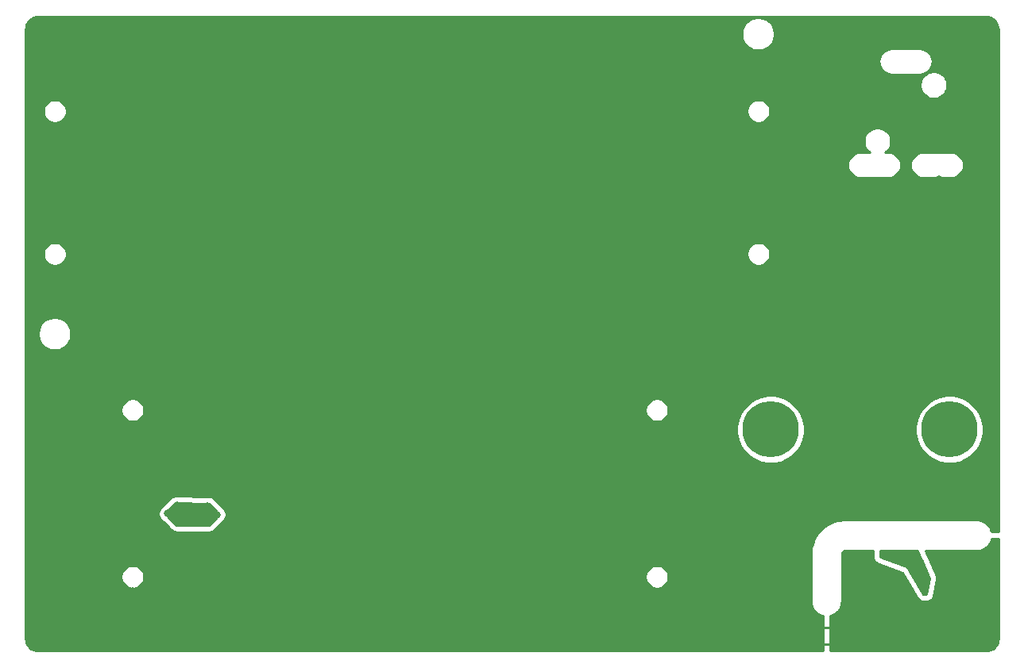
<source format=gbr>
G04 #@! TF.GenerationSoftware,KiCad,Pcbnew,(5.1.4)-1*
G04 #@! TF.CreationDate,2020-01-19T15:47:51-08:00*
G04 #@! TF.ProjectId,Light_intensity_data_logger,4c696768-745f-4696-9e74-656e73697479,rev?*
G04 #@! TF.SameCoordinates,Original*
G04 #@! TF.FileFunction,Copper,L2,Bot*
G04 #@! TF.FilePolarity,Positive*
%FSLAX46Y46*%
G04 Gerber Fmt 4.6, Leading zero omitted, Abs format (unit mm)*
G04 Created by KiCad (PCBNEW (5.1.4)-1) date 2020-01-19 15:47:51*
%MOMM*%
%LPD*%
G04 APERTURE LIST*
%ADD10C,6.000000*%
%ADD11C,0.800000*%
%ADD12C,0.250000*%
%ADD13C,0.254000*%
G04 APERTURE END LIST*
D10*
X153070000Y-76700000D03*
X172120000Y-76700000D03*
D11*
X166550000Y-93560000D03*
X166470000Y-94880000D03*
X166178703Y-92437044D03*
X163090000Y-91370000D03*
X164460000Y-91420000D03*
X172930000Y-93600000D03*
X174800000Y-93640000D03*
X163000000Y-97810000D03*
X165310000Y-96470000D03*
X139690000Y-91410000D03*
X139664999Y-93535001D03*
X142230000Y-73580000D03*
X142255001Y-75734999D03*
X106670000Y-91640000D03*
X106670000Y-93490000D03*
X87750000Y-55080000D03*
X93870000Y-55080000D03*
X99070000Y-55080000D03*
X103010000Y-55080000D03*
X107370000Y-55080000D03*
X116770000Y-48940000D03*
X118010000Y-55080000D03*
X129215000Y-54185000D03*
X124070000Y-60680000D03*
X88580000Y-41150000D03*
X92300000Y-41040000D03*
X104460000Y-38560000D03*
X108700000Y-38620000D03*
X110390000Y-37220000D03*
X158000000Y-39000000D03*
X155450000Y-38050000D03*
X160550000Y-36800000D03*
X164980000Y-40770000D03*
X157170000Y-36260000D03*
X159490000Y-34790000D03*
X162000000Y-35000000D03*
X162340000Y-38750000D03*
X161980000Y-40950000D03*
X162290000Y-43360000D03*
X166750000Y-46330000D03*
X169870000Y-46790000D03*
X175000000Y-45000000D03*
X175000000Y-41000000D03*
X172000000Y-42000000D03*
X172000000Y-38000000D03*
X174000000Y-36000000D03*
X168000000Y-35000000D03*
X165000000Y-35000000D03*
X144630000Y-46460000D03*
X143000000Y-49000000D03*
X143000000Y-52000000D03*
X138000000Y-54000000D03*
X128090000Y-64180000D03*
X131120000Y-61160000D03*
X134090000Y-58170000D03*
X136170000Y-56110000D03*
X134000000Y-55000000D03*
X130000000Y-58000000D03*
X127000000Y-61000000D03*
X124980000Y-57710000D03*
X122020000Y-47240000D03*
X121100000Y-59810000D03*
X119000000Y-63000000D03*
X112580000Y-57500000D03*
X116000000Y-60490000D03*
X117000000Y-66000000D03*
X114000000Y-63000000D03*
X110000000Y-65000000D03*
X109000000Y-58000000D03*
X105000000Y-61000000D03*
X102000000Y-65000000D03*
X100000000Y-58000000D03*
X90990000Y-57440000D03*
X86840000Y-57620000D03*
X84440000Y-63040000D03*
X95000000Y-60000000D03*
X83000000Y-58000000D03*
X84660000Y-69970000D03*
X80850000Y-66010000D03*
X77520000Y-61870000D03*
X91450000Y-68150000D03*
X88930000Y-67590000D03*
X97500000Y-68670000D03*
X104000000Y-68000000D03*
X74000000Y-40000000D03*
X74000000Y-35000000D03*
X76000000Y-33000000D03*
X80000000Y-33000000D03*
X85000000Y-33000000D03*
X90000000Y-33000000D03*
X95000000Y-33000000D03*
X100000000Y-33000000D03*
X105000000Y-33000000D03*
X110000000Y-33000000D03*
X115000000Y-33000000D03*
X120000000Y-33000000D03*
X124000000Y-33000000D03*
X129000000Y-33000000D03*
X134000000Y-33000000D03*
X139000000Y-33000000D03*
X144000000Y-33000000D03*
X150000000Y-33000000D03*
X155000000Y-33000000D03*
X119910000Y-38790000D03*
X124770000Y-38920000D03*
X130130000Y-38860000D03*
X135050000Y-38860000D03*
X139790000Y-38860000D03*
X148000000Y-36000000D03*
X77630000Y-40350000D03*
X75850000Y-39490000D03*
X80510000Y-41490000D03*
X96910000Y-51330000D03*
X101790000Y-44230000D03*
X110010000Y-42340000D03*
X115230000Y-42170000D03*
X120370000Y-42090000D03*
X126000000Y-46000000D03*
X110440000Y-48590000D03*
X96570000Y-46880000D03*
X102050000Y-49540000D03*
X105210000Y-42340000D03*
X125070000Y-42090000D03*
X124000000Y-51000000D03*
X168440000Y-42290000D03*
X171000000Y-50000000D03*
X168000000Y-50000000D03*
X169000000Y-52000000D03*
X162000000Y-52000000D03*
X157980000Y-51650000D03*
X153000000Y-52000000D03*
X151000000Y-55000000D03*
X147000000Y-58000000D03*
X144000000Y-62000000D03*
X141000000Y-64000000D03*
X139000000Y-67000000D03*
X136000000Y-69000000D03*
X133000000Y-70000000D03*
X133000000Y-79000000D03*
X130000000Y-82000000D03*
X134000000Y-82000000D03*
X138000000Y-82000000D03*
X141000000Y-81000000D03*
X136000000Y-80000000D03*
X139000000Y-70000000D03*
X143750000Y-70410000D03*
X142000000Y-69000000D03*
X143000000Y-66000000D03*
X146120000Y-67950000D03*
X146000000Y-63000000D03*
X148910000Y-65270000D03*
X149000000Y-58000000D03*
X118000000Y-84500000D03*
X121500000Y-84500000D03*
X126500000Y-84500000D03*
X131500000Y-84500000D03*
X136500000Y-84500000D03*
X140350000Y-84310000D03*
X142790000Y-81860000D03*
X144470000Y-79230000D03*
X144490000Y-75710000D03*
X144620000Y-72030000D03*
X147730000Y-68740000D03*
X150790000Y-65840000D03*
X175500000Y-49000000D03*
X175500000Y-53000000D03*
X172000000Y-54500000D03*
X166000000Y-55000000D03*
X161000000Y-55000000D03*
X156500000Y-56500000D03*
X152870000Y-63160000D03*
X99500000Y-81500000D03*
X102000000Y-83000000D03*
X106500000Y-82000000D03*
X110000000Y-83000000D03*
X108300000Y-79650000D03*
X118130000Y-92510000D03*
X120040000Y-98500000D03*
X117000000Y-98500000D03*
X113000000Y-89000000D03*
X113000000Y-92500000D03*
X113000000Y-97000000D03*
X111000000Y-98000000D03*
X74010000Y-93390000D03*
X74160000Y-87890000D03*
X75000000Y-85000000D03*
X75000000Y-81000000D03*
X75000000Y-75000000D03*
X75000000Y-71000000D03*
X75000000Y-63000000D03*
X79000000Y-67000000D03*
X82000000Y-70300000D03*
X77630000Y-78270000D03*
X81820000Y-82460000D03*
X81820000Y-74500000D03*
X82080000Y-78780000D03*
X80030000Y-85110000D03*
X84820000Y-79550000D03*
X85510000Y-85110000D03*
X90620000Y-81740000D03*
X79260000Y-100030000D03*
X74400000Y-99730000D03*
X85350000Y-87340000D03*
X82230000Y-90420000D03*
X84350000Y-99680000D03*
X90160000Y-92260000D03*
X87730000Y-92330000D03*
X87800000Y-97580000D03*
X90400000Y-99220000D03*
X93020000Y-97520000D03*
X177000000Y-56000000D03*
X177000000Y-61000000D03*
X177000000Y-66000000D03*
X177000000Y-71000000D03*
X177000000Y-75000000D03*
X177000000Y-80000000D03*
X177000000Y-86000000D03*
X171320000Y-85860000D03*
X166680000Y-85860000D03*
X163090000Y-86030000D03*
X159000000Y-86000000D03*
X157000000Y-89000000D03*
X157000000Y-93000000D03*
X157000000Y-96000000D03*
X154000000Y-96000000D03*
X151000000Y-96000000D03*
X147000000Y-96000000D03*
X144000000Y-96000000D03*
X144000000Y-93000000D03*
X144000000Y-89000000D03*
X147350000Y-85930000D03*
X149880000Y-83260000D03*
X151110000Y-80100000D03*
X151350000Y-87850000D03*
X161660000Y-78940000D03*
X165420000Y-70310000D03*
X155970000Y-79370000D03*
X168520000Y-78360000D03*
X172250000Y-80710000D03*
X170680000Y-71810000D03*
X155270000Y-73310000D03*
X159290000Y-69530000D03*
X162960000Y-65770000D03*
X166770000Y-63740000D03*
X171280000Y-63840000D03*
X171280000Y-68100000D03*
X172000000Y-100000000D03*
X176000000Y-100000000D03*
X176190000Y-96010000D03*
X177000000Y-93000000D03*
X177000000Y-89000000D03*
X170000000Y-90000000D03*
X171680000Y-91300000D03*
X174850000Y-91410000D03*
X174000000Y-98000000D03*
X98140000Y-98240000D03*
X162270000Y-46290000D03*
X157750000Y-46120000D03*
X152170000Y-46440000D03*
X155650000Y-48810000D03*
X160590000Y-49110000D03*
X100560000Y-85100000D03*
X103700000Y-85060000D03*
X106940000Y-84970000D03*
X111760000Y-85000000D03*
X108490000Y-87550000D03*
X105520000Y-87600000D03*
X103340000Y-87550000D03*
X80940000Y-51170000D03*
X79860000Y-46730000D03*
X75490000Y-49530000D03*
X74590000Y-44260000D03*
X122050000Y-86970000D03*
X126660000Y-87130000D03*
X130640000Y-87130000D03*
X133870000Y-87060000D03*
X138370000Y-87080000D03*
X89490000Y-42870000D03*
X89490000Y-45490000D03*
X89490000Y-47980000D03*
X89490000Y-50500000D03*
X89520000Y-53330000D03*
X84650000Y-53960000D03*
X86030000Y-41510000D03*
X83330000Y-41580000D03*
X82390000Y-45060000D03*
X134610000Y-41990000D03*
X132540000Y-41970000D03*
X129180000Y-42090000D03*
X128730000Y-44860000D03*
X128610000Y-48100000D03*
X128810000Y-51130000D03*
X132020000Y-54340000D03*
X117150000Y-37120000D03*
X114000000Y-34530000D03*
X110620000Y-34920000D03*
X117010000Y-34890000D03*
X125070000Y-82590000D03*
X120480000Y-82570000D03*
X115810000Y-82520000D03*
X112740000Y-79500000D03*
X120600000Y-69670000D03*
X122730000Y-67250000D03*
X125990000Y-63450000D03*
X124900000Y-65620000D03*
X122560000Y-62110000D03*
X120660000Y-73810000D03*
X120646678Y-78825000D03*
X113020000Y-74720000D03*
X113010000Y-70815000D03*
X113012653Y-77627347D03*
X92680000Y-74780000D03*
X92710000Y-71320000D03*
X95290000Y-74630000D03*
X100340000Y-74720000D03*
X102840000Y-78190000D03*
X102840000Y-74670000D03*
X105360000Y-74740000D03*
X115570000Y-74650000D03*
X118120000Y-74740000D03*
X115550000Y-70815000D03*
X116780000Y-79950000D03*
X105400000Y-78220000D03*
X105530000Y-70300000D03*
X118800000Y-79490000D03*
X118100000Y-70990000D03*
X92710000Y-92480000D03*
X92710000Y-88840000D03*
X95260000Y-92520000D03*
X95260000Y-89070000D03*
X95500000Y-98580000D03*
X100320000Y-88940000D03*
X100310000Y-92480000D03*
X100310000Y-96830000D03*
X102870000Y-96930000D03*
X102830000Y-92490000D03*
X118090000Y-88990000D03*
X123190000Y-92490000D03*
X123180000Y-89010000D03*
X123170000Y-97100000D03*
X128300000Y-96210000D03*
X128280000Y-92500000D03*
X130760000Y-92500000D03*
X130760000Y-96230000D03*
X133340000Y-96160000D03*
X133340000Y-92520000D03*
X135910000Y-92500000D03*
X135870000Y-95730000D03*
X138400000Y-95830000D03*
X140970000Y-95830000D03*
X168630000Y-98450000D03*
X170850000Y-96190000D03*
X153520000Y-57410000D03*
X156120000Y-59170000D03*
X153540000Y-61360000D03*
X151160000Y-60090000D03*
X155640000Y-61060000D03*
X154790000Y-56260000D03*
X152330000Y-55990000D03*
X152210000Y-61330000D03*
X155330000Y-57740000D03*
X122610000Y-65010000D03*
X125590000Y-61870000D03*
X117820000Y-69365000D03*
X119222347Y-68192347D03*
X144090000Y-37930000D03*
X171570000Y-34900000D03*
X165310000Y-43360000D03*
X79010000Y-87550000D03*
X82330000Y-95470000D03*
X78420000Y-93590000D03*
X162930000Y-93710000D03*
X161800000Y-91020000D03*
X74630000Y-54650000D03*
X76730000Y-56140000D03*
X78440000Y-57880000D03*
X110790000Y-67830000D03*
X92710000Y-78140000D03*
X95220000Y-78140000D03*
X97790000Y-78230000D03*
X100310000Y-78230000D03*
X97820000Y-74730000D03*
X95250000Y-69640000D03*
X100310000Y-69640000D03*
X103410000Y-79935000D03*
X99170000Y-79890000D03*
X89000000Y-79550000D03*
X94990000Y-81690000D03*
X85060000Y-93940000D03*
X90180000Y-88820000D03*
X87670000Y-88260000D03*
X85100000Y-90960000D03*
X152670000Y-41200000D03*
X156360000Y-41370000D03*
X157010000Y-43610000D03*
X148190000Y-42550000D03*
X169730000Y-92620000D03*
X168630000Y-91600000D03*
X168628807Y-90149999D03*
X166900000Y-90149999D03*
X169470000Y-93960000D03*
X165240000Y-90150000D03*
X93045020Y-86644990D03*
X93045020Y-84875020D03*
X94010000Y-85800000D03*
X89794980Y-86614980D03*
X88830000Y-85690000D03*
X89794980Y-84845010D03*
D12*
X166550000Y-93560000D02*
X166550000Y-94800000D01*
X166550000Y-94800000D02*
X166470000Y-94880000D01*
X166178703Y-93002729D02*
X166560000Y-93384026D01*
X166178703Y-92437044D02*
X166178703Y-93002729D01*
X166560000Y-93384026D02*
X166560000Y-93590000D01*
X162730000Y-93570000D02*
X162730000Y-91730000D01*
X162730000Y-91730000D02*
X163090000Y-91370000D01*
X163894315Y-91420000D02*
X163794315Y-91320000D01*
X164460000Y-91420000D02*
X163894315Y-91420000D01*
X163794315Y-91320000D02*
X163040000Y-91320000D01*
X163040000Y-91320000D02*
X162990000Y-91370000D01*
X172170000Y-93620000D02*
X173570000Y-93620000D01*
X174800000Y-93640000D02*
X172180000Y-93640000D01*
X172180000Y-93640000D02*
X172170000Y-93630000D01*
X163000000Y-97810000D02*
X163970000Y-97810000D01*
X163970000Y-97810000D02*
X165310000Y-96470000D01*
X163000000Y-97810000D02*
X156530000Y-97810000D01*
X156530000Y-97810000D02*
X156520000Y-97800000D01*
X163000000Y-98375685D02*
X161735685Y-99640000D01*
X163000000Y-97810000D02*
X163000000Y-98375685D01*
X161735685Y-99640000D02*
X156520000Y-99640000D01*
X156520000Y-99640000D02*
X156510000Y-99650000D01*
X168630000Y-91600000D02*
X168630000Y-90151192D01*
X168630000Y-90151192D02*
X168628807Y-90149999D01*
X166900000Y-90149999D02*
X168620001Y-90149999D01*
X168620001Y-90149999D02*
X168640000Y-90130000D01*
X169330001Y-92220001D02*
X169320001Y-92220001D01*
X169730000Y-92620000D02*
X169330001Y-92220001D01*
X169320001Y-92220001D02*
X168640000Y-91540000D01*
X169470000Y-93960000D02*
X169470000Y-92880000D01*
X169470000Y-92880000D02*
X169730000Y-92620000D01*
X166900000Y-90149999D02*
X165240001Y-90149999D01*
X165240001Y-90149999D02*
X165240000Y-90150000D01*
X93445019Y-85275019D02*
X93465019Y-85275019D01*
X93045020Y-84875020D02*
X93445019Y-85275019D01*
X93465019Y-85275019D02*
X93980000Y-85790000D01*
X93980000Y-85790000D02*
X93930000Y-85790000D01*
X93930000Y-85790000D02*
X93090000Y-86630000D01*
X93090000Y-86630000D02*
X93080000Y-86630000D01*
X90574990Y-85844980D02*
X89794980Y-86624990D01*
X93045020Y-85844980D02*
X90574990Y-85844980D01*
X93045020Y-85844980D02*
X93045020Y-84875020D01*
X93045020Y-86644990D02*
X93045020Y-85844980D01*
X89394981Y-86214981D02*
X89374981Y-86214981D01*
X89750000Y-84860000D02*
X89760000Y-84860000D01*
X88860000Y-85700000D02*
X88910000Y-85700000D01*
X89794980Y-86614980D02*
X89394981Y-86214981D01*
X89374981Y-86214981D02*
X88860000Y-85700000D01*
X88910000Y-85700000D02*
X89750000Y-84860000D01*
X89794980Y-84845010D02*
X89794980Y-86614980D01*
D13*
G36*
X177340001Y-98967711D02*
G01*
X177311375Y-99259660D01*
X177235965Y-99509429D01*
X177113477Y-99739794D01*
X176948579Y-99941979D01*
X176747546Y-100108288D01*
X176518046Y-100232378D01*
X176268805Y-100309531D01*
X175978911Y-100340000D01*
X159377000Y-100340000D01*
X159377000Y-96614711D01*
X159387423Y-96612723D01*
X159396245Y-96610059D01*
X159582683Y-96552347D01*
X159637838Y-96529162D01*
X159693291Y-96506758D01*
X159701427Y-96502432D01*
X159873104Y-96409607D01*
X159922699Y-96376154D01*
X159972753Y-96343400D01*
X159979894Y-96337576D01*
X160130272Y-96213172D01*
X160172411Y-96170737D01*
X160215161Y-96128874D01*
X160221034Y-96121773D01*
X160344384Y-95970531D01*
X160377477Y-95920723D01*
X160411284Y-95871349D01*
X160415667Y-95863243D01*
X160507292Y-95690920D01*
X160530090Y-95635608D01*
X160553652Y-95580634D01*
X160556377Y-95571831D01*
X160612786Y-95384994D01*
X160624405Y-95326314D01*
X160636842Y-95267804D01*
X160637805Y-95258639D01*
X160656850Y-95064406D01*
X160656850Y-95064402D01*
X160660000Y-95032419D01*
X160660000Y-90032279D01*
X160669580Y-89934576D01*
X160688580Y-89871644D01*
X160719445Y-89813595D01*
X160760989Y-89762657D01*
X160811644Y-89720752D01*
X160869471Y-89689485D01*
X160932272Y-89670044D01*
X161027835Y-89660000D01*
X163951423Y-89660000D01*
X163996046Y-90436434D01*
X164012825Y-90549400D01*
X164053831Y-90666934D01*
X164116978Y-90774210D01*
X164199840Y-90867105D01*
X164299233Y-90942050D01*
X164411338Y-90996164D01*
X167088476Y-91978090D01*
X168703200Y-94712854D01*
X168800987Y-94839013D01*
X168897213Y-94917983D01*
X169006996Y-94976664D01*
X169126118Y-95012799D01*
X169250000Y-95025000D01*
X169780000Y-95025000D01*
X169897280Y-95014076D01*
X170016778Y-94979204D01*
X170127176Y-94921689D01*
X170224233Y-94843742D01*
X170304218Y-94748358D01*
X170364057Y-94639203D01*
X170401452Y-94520471D01*
X170445987Y-94308346D01*
X170465226Y-94261898D01*
X170505000Y-94061939D01*
X170505000Y-94027256D01*
X170781452Y-92710471D01*
X170794793Y-92563793D01*
X170779434Y-92440263D01*
X170740270Y-92322102D01*
X169557114Y-89660000D01*
X175032419Y-89660000D01*
X175065387Y-89656753D01*
X175078367Y-89656753D01*
X175087532Y-89655790D01*
X175281481Y-89634035D01*
X175339966Y-89621603D01*
X175398676Y-89609978D01*
X175407479Y-89607253D01*
X175593509Y-89548240D01*
X175648519Y-89524662D01*
X175703794Y-89501880D01*
X175711900Y-89497497D01*
X175882925Y-89403475D01*
X175932264Y-89369692D01*
X175982106Y-89336577D01*
X175989206Y-89330703D01*
X176138712Y-89205253D01*
X176180557Y-89162523D01*
X176223013Y-89120362D01*
X176228837Y-89113220D01*
X176351128Y-88961121D01*
X176383887Y-88911059D01*
X176417331Y-88861477D01*
X176421657Y-88853340D01*
X176512077Y-88680385D01*
X176534475Y-88624947D01*
X176557669Y-88569772D01*
X176560332Y-88560950D01*
X176614471Y-88377000D01*
X177340001Y-88377000D01*
X177340001Y-98967711D01*
X177340001Y-98967711D01*
G37*
X177340001Y-98967711D02*
X177311375Y-99259660D01*
X177235965Y-99509429D01*
X177113477Y-99739794D01*
X176948579Y-99941979D01*
X176747546Y-100108288D01*
X176518046Y-100232378D01*
X176268805Y-100309531D01*
X175978911Y-100340000D01*
X159377000Y-100340000D01*
X159377000Y-96614711D01*
X159387423Y-96612723D01*
X159396245Y-96610059D01*
X159582683Y-96552347D01*
X159637838Y-96529162D01*
X159693291Y-96506758D01*
X159701427Y-96502432D01*
X159873104Y-96409607D01*
X159922699Y-96376154D01*
X159972753Y-96343400D01*
X159979894Y-96337576D01*
X160130272Y-96213172D01*
X160172411Y-96170737D01*
X160215161Y-96128874D01*
X160221034Y-96121773D01*
X160344384Y-95970531D01*
X160377477Y-95920723D01*
X160411284Y-95871349D01*
X160415667Y-95863243D01*
X160507292Y-95690920D01*
X160530090Y-95635608D01*
X160553652Y-95580634D01*
X160556377Y-95571831D01*
X160612786Y-95384994D01*
X160624405Y-95326314D01*
X160636842Y-95267804D01*
X160637805Y-95258639D01*
X160656850Y-95064406D01*
X160656850Y-95064402D01*
X160660000Y-95032419D01*
X160660000Y-90032279D01*
X160669580Y-89934576D01*
X160688580Y-89871644D01*
X160719445Y-89813595D01*
X160760989Y-89762657D01*
X160811644Y-89720752D01*
X160869471Y-89689485D01*
X160932272Y-89670044D01*
X161027835Y-89660000D01*
X163951423Y-89660000D01*
X163996046Y-90436434D01*
X164012825Y-90549400D01*
X164053831Y-90666934D01*
X164116978Y-90774210D01*
X164199840Y-90867105D01*
X164299233Y-90942050D01*
X164411338Y-90996164D01*
X167088476Y-91978090D01*
X168703200Y-94712854D01*
X168800987Y-94839013D01*
X168897213Y-94917983D01*
X169006996Y-94976664D01*
X169126118Y-95012799D01*
X169250000Y-95025000D01*
X169780000Y-95025000D01*
X169897280Y-95014076D01*
X170016778Y-94979204D01*
X170127176Y-94921689D01*
X170224233Y-94843742D01*
X170304218Y-94748358D01*
X170364057Y-94639203D01*
X170401452Y-94520471D01*
X170445987Y-94308346D01*
X170465226Y-94261898D01*
X170505000Y-94061939D01*
X170505000Y-94027256D01*
X170781452Y-92710471D01*
X170794793Y-92563793D01*
X170779434Y-92440263D01*
X170740270Y-92322102D01*
X169557114Y-89660000D01*
X175032419Y-89660000D01*
X175065387Y-89656753D01*
X175078367Y-89656753D01*
X175087532Y-89655790D01*
X175281481Y-89634035D01*
X175339966Y-89621603D01*
X175398676Y-89609978D01*
X175407479Y-89607253D01*
X175593509Y-89548240D01*
X175648519Y-89524662D01*
X175703794Y-89501880D01*
X175711900Y-89497497D01*
X175882925Y-89403475D01*
X175932264Y-89369692D01*
X175982106Y-89336577D01*
X175989206Y-89330703D01*
X176138712Y-89205253D01*
X176180557Y-89162523D01*
X176223013Y-89120362D01*
X176228837Y-89113220D01*
X176351128Y-88961121D01*
X176383887Y-88911059D01*
X176417331Y-88861477D01*
X176421657Y-88853340D01*
X176512077Y-88680385D01*
X176534475Y-88624947D01*
X176557669Y-88569772D01*
X176560332Y-88560950D01*
X176614471Y-88377000D01*
X177340001Y-88377000D01*
X177340001Y-98967711D01*
G36*
X176259659Y-32688625D02*
G01*
X176509429Y-32764035D01*
X176739792Y-32886522D01*
X176941980Y-33051422D01*
X177108286Y-33252450D01*
X177232378Y-33481954D01*
X177309531Y-33731195D01*
X177340000Y-34021088D01*
X177340001Y-87623000D01*
X176614711Y-87623000D01*
X176612723Y-87612577D01*
X176610059Y-87603755D01*
X176552347Y-87417317D01*
X176529162Y-87362162D01*
X176506758Y-87306709D01*
X176502432Y-87298573D01*
X176409607Y-87126896D01*
X176376139Y-87077278D01*
X176343400Y-87027247D01*
X176337576Y-87020106D01*
X176213172Y-86869728D01*
X176170737Y-86827589D01*
X176128874Y-86784839D01*
X176121773Y-86778966D01*
X175970531Y-86655616D01*
X175920738Y-86622534D01*
X175871349Y-86588716D01*
X175863243Y-86584333D01*
X175690921Y-86492708D01*
X175635606Y-86469909D01*
X175580634Y-86446348D01*
X175571831Y-86443623D01*
X175384995Y-86387214D01*
X175326307Y-86375594D01*
X175267804Y-86363158D01*
X175258639Y-86362195D01*
X175064405Y-86343150D01*
X175064402Y-86343150D01*
X175032419Y-86340000D01*
X160967581Y-86340000D01*
X160937937Y-86342920D01*
X160919238Y-86342789D01*
X160910067Y-86343689D01*
X160327777Y-86404890D01*
X160269191Y-86416916D01*
X160210420Y-86428127D01*
X160201598Y-86430790D01*
X159642285Y-86603928D01*
X159587167Y-86627098D01*
X159531678Y-86649516D01*
X159523542Y-86653843D01*
X159008510Y-86932319D01*
X158958936Y-86965757D01*
X158908862Y-86998524D01*
X158901721Y-87004348D01*
X158450588Y-87377558D01*
X158408431Y-87420010D01*
X158365699Y-87461856D01*
X158359825Y-87468957D01*
X157989773Y-87922685D01*
X157956679Y-87972496D01*
X157922873Y-88021868D01*
X157918490Y-88029974D01*
X157643616Y-88546938D01*
X157620812Y-88602265D01*
X157597256Y-88657225D01*
X157594531Y-88666029D01*
X157425304Y-89226536D01*
X157413682Y-89285231D01*
X157401248Y-89343727D01*
X157400285Y-89352892D01*
X157343150Y-89935595D01*
X157343150Y-89935608D01*
X157340001Y-89967581D01*
X157340000Y-95032418D01*
X157343247Y-95065386D01*
X157343247Y-95078367D01*
X157344210Y-95087532D01*
X157365965Y-95281481D01*
X157378397Y-95339966D01*
X157390022Y-95398676D01*
X157392747Y-95407479D01*
X157451760Y-95593509D01*
X157475338Y-95648519D01*
X157498120Y-95703794D01*
X157502503Y-95711900D01*
X157596525Y-95882925D01*
X157630308Y-95932264D01*
X157663423Y-95982106D01*
X157669297Y-95989206D01*
X157794747Y-96138712D01*
X157837477Y-96180557D01*
X157879638Y-96223013D01*
X157886780Y-96228837D01*
X158038879Y-96351128D01*
X158088941Y-96383887D01*
X158138523Y-96417331D01*
X158146660Y-96421657D01*
X158146663Y-96421659D01*
X158146667Y-96421660D01*
X158319615Y-96512077D01*
X158375053Y-96534475D01*
X158430228Y-96557669D01*
X158439050Y-96560332D01*
X158623000Y-96614471D01*
X158623000Y-100340000D01*
X75032279Y-100340000D01*
X74740340Y-100311375D01*
X74490571Y-100235965D01*
X74260206Y-100113477D01*
X74058021Y-99948579D01*
X73891712Y-99747546D01*
X73767622Y-99518046D01*
X73690469Y-99268805D01*
X73660000Y-98978911D01*
X73660000Y-92324856D01*
X83840000Y-92324856D01*
X83840000Y-92567144D01*
X83887269Y-92804778D01*
X83979989Y-93028623D01*
X84114597Y-93230079D01*
X84285921Y-93401403D01*
X84487377Y-93536011D01*
X84711222Y-93628731D01*
X84948856Y-93676000D01*
X85191144Y-93676000D01*
X85428778Y-93628731D01*
X85652623Y-93536011D01*
X85854079Y-93401403D01*
X86025403Y-93230079D01*
X86160011Y-93028623D01*
X86252731Y-92804778D01*
X86300000Y-92567144D01*
X86300000Y-92324856D01*
X139720000Y-92324856D01*
X139720000Y-92567144D01*
X139767269Y-92804778D01*
X139859989Y-93028623D01*
X139994597Y-93230079D01*
X140165921Y-93401403D01*
X140367377Y-93536011D01*
X140591222Y-93628731D01*
X140828856Y-93676000D01*
X141071144Y-93676000D01*
X141308778Y-93628731D01*
X141532623Y-93536011D01*
X141734079Y-93401403D01*
X141905403Y-93230079D01*
X142040011Y-93028623D01*
X142132731Y-92804778D01*
X142180000Y-92567144D01*
X142180000Y-92324856D01*
X142132731Y-92087222D01*
X142040011Y-91863377D01*
X141905403Y-91661921D01*
X141734079Y-91490597D01*
X141532623Y-91355989D01*
X141308778Y-91263269D01*
X141071144Y-91216000D01*
X140828856Y-91216000D01*
X140591222Y-91263269D01*
X140367377Y-91355989D01*
X140165921Y-91490597D01*
X139994597Y-91661921D01*
X139859989Y-91863377D01*
X139767269Y-92087222D01*
X139720000Y-92324856D01*
X86300000Y-92324856D01*
X86252731Y-92087222D01*
X86160011Y-91863377D01*
X86025403Y-91661921D01*
X85854079Y-91490597D01*
X85652623Y-91355989D01*
X85428778Y-91263269D01*
X85191144Y-91216000D01*
X84948856Y-91216000D01*
X84711222Y-91263269D01*
X84487377Y-91355989D01*
X84285921Y-91490597D01*
X84114597Y-91661921D01*
X83979989Y-91863377D01*
X83887269Y-92087222D01*
X83840000Y-92324856D01*
X73660000Y-92324856D01*
X73660000Y-85588061D01*
X87795000Y-85588061D01*
X87795000Y-85791939D01*
X87834774Y-85991898D01*
X87912795Y-86180256D01*
X88026063Y-86349774D01*
X88170226Y-86493937D01*
X88339744Y-86607205D01*
X88353825Y-86613038D01*
X88954307Y-87219775D01*
X88991043Y-87274754D01*
X89135206Y-87418917D01*
X89183006Y-87450856D01*
X89198667Y-87466680D01*
X89292825Y-87545025D01*
X89402116Y-87604618D01*
X89520932Y-87641745D01*
X89644709Y-87654978D01*
X93244709Y-87684978D01*
X93367031Y-87674122D01*
X93486543Y-87639298D01*
X93596964Y-87581828D01*
X93694052Y-87503920D01*
X94496776Y-86718646D01*
X94500256Y-86717205D01*
X94669774Y-86603937D01*
X94813937Y-86459774D01*
X94927205Y-86290256D01*
X95005226Y-86101898D01*
X95045000Y-85901939D01*
X95045000Y-85698061D01*
X95005226Y-85498102D01*
X94927205Y-85309744D01*
X94813937Y-85140226D01*
X94669774Y-84996063D01*
X94564031Y-84925408D01*
X93681382Y-84033369D01*
X93587138Y-83954950D01*
X93477844Y-83895365D01*
X93359025Y-83858246D01*
X93235248Y-83845022D01*
X93169369Y-83844478D01*
X93146959Y-83840020D01*
X92943081Y-83840020D01*
X92930592Y-83842504D01*
X89935852Y-83817754D01*
X89896919Y-83810010D01*
X89693041Y-83810010D01*
X89665347Y-83815519D01*
X89605248Y-83815022D01*
X89479599Y-83826519D01*
X89360277Y-83861988D01*
X89250168Y-83920054D01*
X89153503Y-83998486D01*
X88392658Y-84750877D01*
X88339744Y-84772795D01*
X88170226Y-84886063D01*
X88026063Y-85030226D01*
X87912795Y-85199744D01*
X87834774Y-85388102D01*
X87795000Y-85588061D01*
X73660000Y-85588061D01*
X73660000Y-76341984D01*
X149435000Y-76341984D01*
X149435000Y-77058016D01*
X149574691Y-77760290D01*
X149848705Y-78421818D01*
X150246511Y-79017177D01*
X150752823Y-79523489D01*
X151348182Y-79921295D01*
X152009710Y-80195309D01*
X152711984Y-80335000D01*
X153428016Y-80335000D01*
X154130290Y-80195309D01*
X154791818Y-79921295D01*
X155387177Y-79523489D01*
X155893489Y-79017177D01*
X156291295Y-78421818D01*
X156565309Y-77760290D01*
X156705000Y-77058016D01*
X156705000Y-76341984D01*
X168485000Y-76341984D01*
X168485000Y-77058016D01*
X168624691Y-77760290D01*
X168898705Y-78421818D01*
X169296511Y-79017177D01*
X169802823Y-79523489D01*
X170398182Y-79921295D01*
X171059710Y-80195309D01*
X171761984Y-80335000D01*
X172478016Y-80335000D01*
X173180290Y-80195309D01*
X173841818Y-79921295D01*
X174437177Y-79523489D01*
X174943489Y-79017177D01*
X175341295Y-78421818D01*
X175615309Y-77760290D01*
X175755000Y-77058016D01*
X175755000Y-76341984D01*
X175615309Y-75639710D01*
X175341295Y-74978182D01*
X174943489Y-74382823D01*
X174437177Y-73876511D01*
X173841818Y-73478705D01*
X173180290Y-73204691D01*
X172478016Y-73065000D01*
X171761984Y-73065000D01*
X171059710Y-73204691D01*
X170398182Y-73478705D01*
X169802823Y-73876511D01*
X169296511Y-74382823D01*
X168898705Y-74978182D01*
X168624691Y-75639710D01*
X168485000Y-76341984D01*
X156705000Y-76341984D01*
X156565309Y-75639710D01*
X156291295Y-74978182D01*
X155893489Y-74382823D01*
X155387177Y-73876511D01*
X154791818Y-73478705D01*
X154130290Y-73204691D01*
X153428016Y-73065000D01*
X152711984Y-73065000D01*
X152009710Y-73204691D01*
X151348182Y-73478705D01*
X150752823Y-73876511D01*
X150246511Y-74382823D01*
X149848705Y-74978182D01*
X149574691Y-75639710D01*
X149435000Y-76341984D01*
X73660000Y-76341984D01*
X73660000Y-74514856D01*
X83840000Y-74514856D01*
X83840000Y-74757144D01*
X83887269Y-74994778D01*
X83979989Y-75218623D01*
X84114597Y-75420079D01*
X84285921Y-75591403D01*
X84487377Y-75726011D01*
X84711222Y-75818731D01*
X84948856Y-75866000D01*
X85191144Y-75866000D01*
X85428778Y-75818731D01*
X85652623Y-75726011D01*
X85854079Y-75591403D01*
X86025403Y-75420079D01*
X86160011Y-75218623D01*
X86252731Y-74994778D01*
X86300000Y-74757144D01*
X86300000Y-74514856D01*
X139720000Y-74514856D01*
X139720000Y-74757144D01*
X139767269Y-74994778D01*
X139859989Y-75218623D01*
X139994597Y-75420079D01*
X140165921Y-75591403D01*
X140367377Y-75726011D01*
X140591222Y-75818731D01*
X140828856Y-75866000D01*
X141071144Y-75866000D01*
X141308778Y-75818731D01*
X141532623Y-75726011D01*
X141734079Y-75591403D01*
X141905403Y-75420079D01*
X142040011Y-75218623D01*
X142132731Y-74994778D01*
X142180000Y-74757144D01*
X142180000Y-74514856D01*
X142132731Y-74277222D01*
X142040011Y-74053377D01*
X141905403Y-73851921D01*
X141734079Y-73680597D01*
X141532623Y-73545989D01*
X141308778Y-73453269D01*
X141071144Y-73406000D01*
X140828856Y-73406000D01*
X140591222Y-73453269D01*
X140367377Y-73545989D01*
X140165921Y-73680597D01*
X139994597Y-73851921D01*
X139859989Y-74053377D01*
X139767269Y-74277222D01*
X139720000Y-74514856D01*
X86300000Y-74514856D01*
X86252731Y-74277222D01*
X86160011Y-74053377D01*
X86025403Y-73851921D01*
X85854079Y-73680597D01*
X85652623Y-73545989D01*
X85428778Y-73453269D01*
X85191144Y-73406000D01*
X84948856Y-73406000D01*
X84711222Y-73453269D01*
X84487377Y-73545989D01*
X84285921Y-73680597D01*
X84114597Y-73851921D01*
X83979989Y-74053377D01*
X83887269Y-74277222D01*
X83840000Y-74514856D01*
X73660000Y-74514856D01*
X73660000Y-66316415D01*
X74980420Y-66316415D01*
X74980420Y-66663105D01*
X75048056Y-67003133D01*
X75180728Y-67323433D01*
X75373339Y-67611695D01*
X75618485Y-67856841D01*
X75906747Y-68049452D01*
X76227047Y-68182124D01*
X76567075Y-68249760D01*
X76913765Y-68249760D01*
X77253793Y-68182124D01*
X77574093Y-68049452D01*
X77862355Y-67856841D01*
X78107501Y-67611695D01*
X78300112Y-67323433D01*
X78432784Y-67003133D01*
X78500420Y-66663105D01*
X78500420Y-66316415D01*
X78432784Y-65976387D01*
X78300112Y-65656087D01*
X78107501Y-65367825D01*
X77862355Y-65122679D01*
X77574093Y-64930068D01*
X77253793Y-64797396D01*
X76913765Y-64729760D01*
X76567075Y-64729760D01*
X76227047Y-64797396D01*
X75906747Y-64930068D01*
X75618485Y-65122679D01*
X75373339Y-65367825D01*
X75180728Y-65656087D01*
X75048056Y-65976387D01*
X74980420Y-66316415D01*
X73660000Y-66316415D01*
X73660000Y-57878856D01*
X75550000Y-57878856D01*
X75550000Y-58121144D01*
X75597269Y-58358778D01*
X75689989Y-58582623D01*
X75824597Y-58784079D01*
X75995921Y-58955403D01*
X76197377Y-59090011D01*
X76421222Y-59182731D01*
X76658856Y-59230000D01*
X76901144Y-59230000D01*
X77138778Y-59182731D01*
X77362623Y-59090011D01*
X77564079Y-58955403D01*
X77735403Y-58784079D01*
X77870011Y-58582623D01*
X77962731Y-58358778D01*
X78010000Y-58121144D01*
X78010000Y-57878856D01*
X78006022Y-57858856D01*
X150530000Y-57858856D01*
X150530000Y-58101144D01*
X150577269Y-58338778D01*
X150669989Y-58562623D01*
X150804597Y-58764079D01*
X150975921Y-58935403D01*
X151177377Y-59070011D01*
X151401222Y-59162731D01*
X151638856Y-59210000D01*
X151881144Y-59210000D01*
X152118778Y-59162731D01*
X152342623Y-59070011D01*
X152544079Y-58935403D01*
X152715403Y-58764079D01*
X152850011Y-58562623D01*
X152942731Y-58338778D01*
X152990000Y-58101144D01*
X152990000Y-57858856D01*
X152942731Y-57621222D01*
X152850011Y-57397377D01*
X152715403Y-57195921D01*
X152544079Y-57024597D01*
X152342623Y-56889989D01*
X152118778Y-56797269D01*
X151881144Y-56750000D01*
X151638856Y-56750000D01*
X151401222Y-56797269D01*
X151177377Y-56889989D01*
X150975921Y-57024597D01*
X150804597Y-57195921D01*
X150669989Y-57397377D01*
X150577269Y-57621222D01*
X150530000Y-57858856D01*
X78006022Y-57858856D01*
X77962731Y-57641222D01*
X77870011Y-57417377D01*
X77735403Y-57215921D01*
X77564079Y-57044597D01*
X77362623Y-56909989D01*
X77138778Y-56817269D01*
X76901144Y-56770000D01*
X76658856Y-56770000D01*
X76421222Y-56817269D01*
X76197377Y-56909989D01*
X75995921Y-57044597D01*
X75824597Y-57215921D01*
X75689989Y-57417377D01*
X75597269Y-57641222D01*
X75550000Y-57878856D01*
X73660000Y-57878856D01*
X73660000Y-48485000D01*
X161258420Y-48485000D01*
X161284678Y-48751607D01*
X161362445Y-49007968D01*
X161488730Y-49244231D01*
X161658682Y-49451318D01*
X161865769Y-49621270D01*
X162102032Y-49747555D01*
X162358393Y-49825322D01*
X162558191Y-49845000D01*
X165641809Y-49845000D01*
X165841607Y-49825322D01*
X166097968Y-49747555D01*
X166334231Y-49621270D01*
X166541318Y-49451318D01*
X166711270Y-49244231D01*
X166837555Y-49007968D01*
X166915322Y-48751607D01*
X166941580Y-48485000D01*
X167958420Y-48485000D01*
X167984678Y-48751607D01*
X168062445Y-49007968D01*
X168188730Y-49244231D01*
X168358682Y-49451318D01*
X168565769Y-49621270D01*
X168802032Y-49747555D01*
X169058393Y-49825322D01*
X169258191Y-49845000D01*
X172341809Y-49845000D01*
X172541607Y-49825322D01*
X172797968Y-49747555D01*
X173034231Y-49621270D01*
X173241318Y-49451318D01*
X173411270Y-49244231D01*
X173537555Y-49007968D01*
X173615322Y-48751607D01*
X173641580Y-48485000D01*
X173615322Y-48218393D01*
X173537555Y-47962032D01*
X173411270Y-47725769D01*
X173241318Y-47518682D01*
X173034231Y-47348730D01*
X172797968Y-47222445D01*
X172541607Y-47144678D01*
X172341809Y-47125000D01*
X169258191Y-47125000D01*
X169058393Y-47144678D01*
X168802032Y-47222445D01*
X168565769Y-47348730D01*
X168358682Y-47518682D01*
X168188730Y-47725769D01*
X168062445Y-47962032D01*
X167984678Y-48218393D01*
X167958420Y-48485000D01*
X166941580Y-48485000D01*
X166915322Y-48218393D01*
X166837555Y-47962032D01*
X166711270Y-47725769D01*
X166541318Y-47518682D01*
X166334231Y-47348730D01*
X166097968Y-47222445D01*
X165841607Y-47144678D01*
X165641809Y-47125000D01*
X165289385Y-47125000D01*
X165364759Y-47074637D01*
X165564637Y-46874759D01*
X165721680Y-46639727D01*
X165829853Y-46378574D01*
X165885000Y-46101335D01*
X165885000Y-45818665D01*
X165829853Y-45541426D01*
X165721680Y-45280273D01*
X165564637Y-45045241D01*
X165364759Y-44845363D01*
X165129727Y-44688320D01*
X164868574Y-44580147D01*
X164591335Y-44525000D01*
X164308665Y-44525000D01*
X164031426Y-44580147D01*
X163770273Y-44688320D01*
X163535241Y-44845363D01*
X163335363Y-45045241D01*
X163178320Y-45280273D01*
X163070147Y-45541426D01*
X163015000Y-45818665D01*
X163015000Y-46101335D01*
X163070147Y-46378574D01*
X163178320Y-46639727D01*
X163335363Y-46874759D01*
X163535241Y-47074637D01*
X163610615Y-47125000D01*
X162558191Y-47125000D01*
X162358393Y-47144678D01*
X162102032Y-47222445D01*
X161865769Y-47348730D01*
X161658682Y-47518682D01*
X161488730Y-47725769D01*
X161362445Y-47962032D01*
X161284678Y-48218393D01*
X161258420Y-48485000D01*
X73660000Y-48485000D01*
X73660000Y-42638856D01*
X75550000Y-42638856D01*
X75550000Y-42881144D01*
X75597269Y-43118778D01*
X75689989Y-43342623D01*
X75824597Y-43544079D01*
X75995921Y-43715403D01*
X76197377Y-43850011D01*
X76421222Y-43942731D01*
X76658856Y-43990000D01*
X76901144Y-43990000D01*
X77138778Y-43942731D01*
X77362623Y-43850011D01*
X77564079Y-43715403D01*
X77735403Y-43544079D01*
X77870011Y-43342623D01*
X77962731Y-43118778D01*
X78010000Y-42881144D01*
X78010000Y-42638856D01*
X78006022Y-42618856D01*
X150530000Y-42618856D01*
X150530000Y-42861144D01*
X150577269Y-43098778D01*
X150669989Y-43322623D01*
X150804597Y-43524079D01*
X150975921Y-43695403D01*
X151177377Y-43830011D01*
X151401222Y-43922731D01*
X151638856Y-43970000D01*
X151881144Y-43970000D01*
X152118778Y-43922731D01*
X152342623Y-43830011D01*
X152544079Y-43695403D01*
X152715403Y-43524079D01*
X152850011Y-43322623D01*
X152942731Y-43098778D01*
X152990000Y-42861144D01*
X152990000Y-42618856D01*
X152942731Y-42381222D01*
X152850011Y-42157377D01*
X152715403Y-41955921D01*
X152544079Y-41784597D01*
X152342623Y-41649989D01*
X152118778Y-41557269D01*
X151881144Y-41510000D01*
X151638856Y-41510000D01*
X151401222Y-41557269D01*
X151177377Y-41649989D01*
X150975921Y-41784597D01*
X150804597Y-41955921D01*
X150669989Y-42157377D01*
X150577269Y-42381222D01*
X150530000Y-42618856D01*
X78006022Y-42618856D01*
X77962731Y-42401222D01*
X77870011Y-42177377D01*
X77735403Y-41975921D01*
X77564079Y-41804597D01*
X77362623Y-41669989D01*
X77138778Y-41577269D01*
X76901144Y-41530000D01*
X76658856Y-41530000D01*
X76421222Y-41577269D01*
X76197377Y-41669989D01*
X75995921Y-41804597D01*
X75824597Y-41975921D01*
X75689989Y-42177377D01*
X75597269Y-42401222D01*
X75550000Y-42638856D01*
X73660000Y-42638856D01*
X73660000Y-39818665D01*
X169015000Y-39818665D01*
X169015000Y-40101335D01*
X169070147Y-40378574D01*
X169178320Y-40639727D01*
X169335363Y-40874759D01*
X169535241Y-41074637D01*
X169770273Y-41231680D01*
X170031426Y-41339853D01*
X170308665Y-41395000D01*
X170591335Y-41395000D01*
X170868574Y-41339853D01*
X171129727Y-41231680D01*
X171364759Y-41074637D01*
X171564637Y-40874759D01*
X171721680Y-40639727D01*
X171829853Y-40378574D01*
X171885000Y-40101335D01*
X171885000Y-39818665D01*
X171829853Y-39541426D01*
X171721680Y-39280273D01*
X171564637Y-39045241D01*
X171364759Y-38845363D01*
X171129727Y-38688320D01*
X170868574Y-38580147D01*
X170591335Y-38525000D01*
X170308665Y-38525000D01*
X170031426Y-38580147D01*
X169770273Y-38688320D01*
X169535241Y-38845363D01*
X169335363Y-39045241D01*
X169178320Y-39280273D01*
X169070147Y-39541426D01*
X169015000Y-39818665D01*
X73660000Y-39818665D01*
X73660000Y-37435000D01*
X164608420Y-37435000D01*
X164634678Y-37701607D01*
X164712445Y-37957968D01*
X164838730Y-38194231D01*
X165008682Y-38401318D01*
X165215769Y-38571270D01*
X165452032Y-38697555D01*
X165708393Y-38775322D01*
X165908191Y-38795000D01*
X168991809Y-38795000D01*
X169191607Y-38775322D01*
X169447968Y-38697555D01*
X169684231Y-38571270D01*
X169891318Y-38401318D01*
X170061270Y-38194231D01*
X170187555Y-37957968D01*
X170265322Y-37701607D01*
X170291580Y-37435000D01*
X170265322Y-37168393D01*
X170187555Y-36912032D01*
X170061270Y-36675769D01*
X169891318Y-36468682D01*
X169684231Y-36298730D01*
X169447968Y-36172445D01*
X169191607Y-36094678D01*
X168991809Y-36075000D01*
X165908191Y-36075000D01*
X165708393Y-36094678D01*
X165452032Y-36172445D01*
X165215769Y-36298730D01*
X165008682Y-36468682D01*
X164838730Y-36675769D01*
X164712445Y-36912032D01*
X164634678Y-37168393D01*
X164608420Y-37435000D01*
X73660000Y-37435000D01*
X73660000Y-34316415D01*
X149980420Y-34316415D01*
X149980420Y-34663105D01*
X150048056Y-35003133D01*
X150180728Y-35323433D01*
X150373339Y-35611695D01*
X150618485Y-35856841D01*
X150906747Y-36049452D01*
X151227047Y-36182124D01*
X151567075Y-36249760D01*
X151913765Y-36249760D01*
X152253793Y-36182124D01*
X152574093Y-36049452D01*
X152862355Y-35856841D01*
X153107501Y-35611695D01*
X153300112Y-35323433D01*
X153432784Y-35003133D01*
X153500420Y-34663105D01*
X153500420Y-34316415D01*
X153432784Y-33976387D01*
X153300112Y-33656087D01*
X153107501Y-33367825D01*
X152862355Y-33122679D01*
X152574093Y-32930068D01*
X152253793Y-32797396D01*
X151913765Y-32729760D01*
X151567075Y-32729760D01*
X151227047Y-32797396D01*
X150906747Y-32930068D01*
X150618485Y-33122679D01*
X150373339Y-33367825D01*
X150180728Y-33656087D01*
X150048056Y-33976387D01*
X149980420Y-34316415D01*
X73660000Y-34316415D01*
X73660000Y-34032279D01*
X73688625Y-33740341D01*
X73764035Y-33490571D01*
X73886522Y-33260208D01*
X74051422Y-33058020D01*
X74252450Y-32891714D01*
X74481954Y-32767622D01*
X74731195Y-32690469D01*
X75021088Y-32660000D01*
X175967721Y-32660000D01*
X176259659Y-32688625D01*
X176259659Y-32688625D01*
G37*
X176259659Y-32688625D02*
X176509429Y-32764035D01*
X176739792Y-32886522D01*
X176941980Y-33051422D01*
X177108286Y-33252450D01*
X177232378Y-33481954D01*
X177309531Y-33731195D01*
X177340000Y-34021088D01*
X177340001Y-87623000D01*
X176614711Y-87623000D01*
X176612723Y-87612577D01*
X176610059Y-87603755D01*
X176552347Y-87417317D01*
X176529162Y-87362162D01*
X176506758Y-87306709D01*
X176502432Y-87298573D01*
X176409607Y-87126896D01*
X176376139Y-87077278D01*
X176343400Y-87027247D01*
X176337576Y-87020106D01*
X176213172Y-86869728D01*
X176170737Y-86827589D01*
X176128874Y-86784839D01*
X176121773Y-86778966D01*
X175970531Y-86655616D01*
X175920738Y-86622534D01*
X175871349Y-86588716D01*
X175863243Y-86584333D01*
X175690921Y-86492708D01*
X175635606Y-86469909D01*
X175580634Y-86446348D01*
X175571831Y-86443623D01*
X175384995Y-86387214D01*
X175326307Y-86375594D01*
X175267804Y-86363158D01*
X175258639Y-86362195D01*
X175064405Y-86343150D01*
X175064402Y-86343150D01*
X175032419Y-86340000D01*
X160967581Y-86340000D01*
X160937937Y-86342920D01*
X160919238Y-86342789D01*
X160910067Y-86343689D01*
X160327777Y-86404890D01*
X160269191Y-86416916D01*
X160210420Y-86428127D01*
X160201598Y-86430790D01*
X159642285Y-86603928D01*
X159587167Y-86627098D01*
X159531678Y-86649516D01*
X159523542Y-86653843D01*
X159008510Y-86932319D01*
X158958936Y-86965757D01*
X158908862Y-86998524D01*
X158901721Y-87004348D01*
X158450588Y-87377558D01*
X158408431Y-87420010D01*
X158365699Y-87461856D01*
X158359825Y-87468957D01*
X157989773Y-87922685D01*
X157956679Y-87972496D01*
X157922873Y-88021868D01*
X157918490Y-88029974D01*
X157643616Y-88546938D01*
X157620812Y-88602265D01*
X157597256Y-88657225D01*
X157594531Y-88666029D01*
X157425304Y-89226536D01*
X157413682Y-89285231D01*
X157401248Y-89343727D01*
X157400285Y-89352892D01*
X157343150Y-89935595D01*
X157343150Y-89935608D01*
X157340001Y-89967581D01*
X157340000Y-95032418D01*
X157343247Y-95065386D01*
X157343247Y-95078367D01*
X157344210Y-95087532D01*
X157365965Y-95281481D01*
X157378397Y-95339966D01*
X157390022Y-95398676D01*
X157392747Y-95407479D01*
X157451760Y-95593509D01*
X157475338Y-95648519D01*
X157498120Y-95703794D01*
X157502503Y-95711900D01*
X157596525Y-95882925D01*
X157630308Y-95932264D01*
X157663423Y-95982106D01*
X157669297Y-95989206D01*
X157794747Y-96138712D01*
X157837477Y-96180557D01*
X157879638Y-96223013D01*
X157886780Y-96228837D01*
X158038879Y-96351128D01*
X158088941Y-96383887D01*
X158138523Y-96417331D01*
X158146660Y-96421657D01*
X158146663Y-96421659D01*
X158146667Y-96421660D01*
X158319615Y-96512077D01*
X158375053Y-96534475D01*
X158430228Y-96557669D01*
X158439050Y-96560332D01*
X158623000Y-96614471D01*
X158623000Y-100340000D01*
X75032279Y-100340000D01*
X74740340Y-100311375D01*
X74490571Y-100235965D01*
X74260206Y-100113477D01*
X74058021Y-99948579D01*
X73891712Y-99747546D01*
X73767622Y-99518046D01*
X73690469Y-99268805D01*
X73660000Y-98978911D01*
X73660000Y-92324856D01*
X83840000Y-92324856D01*
X83840000Y-92567144D01*
X83887269Y-92804778D01*
X83979989Y-93028623D01*
X84114597Y-93230079D01*
X84285921Y-93401403D01*
X84487377Y-93536011D01*
X84711222Y-93628731D01*
X84948856Y-93676000D01*
X85191144Y-93676000D01*
X85428778Y-93628731D01*
X85652623Y-93536011D01*
X85854079Y-93401403D01*
X86025403Y-93230079D01*
X86160011Y-93028623D01*
X86252731Y-92804778D01*
X86300000Y-92567144D01*
X86300000Y-92324856D01*
X139720000Y-92324856D01*
X139720000Y-92567144D01*
X139767269Y-92804778D01*
X139859989Y-93028623D01*
X139994597Y-93230079D01*
X140165921Y-93401403D01*
X140367377Y-93536011D01*
X140591222Y-93628731D01*
X140828856Y-93676000D01*
X141071144Y-93676000D01*
X141308778Y-93628731D01*
X141532623Y-93536011D01*
X141734079Y-93401403D01*
X141905403Y-93230079D01*
X142040011Y-93028623D01*
X142132731Y-92804778D01*
X142180000Y-92567144D01*
X142180000Y-92324856D01*
X142132731Y-92087222D01*
X142040011Y-91863377D01*
X141905403Y-91661921D01*
X141734079Y-91490597D01*
X141532623Y-91355989D01*
X141308778Y-91263269D01*
X141071144Y-91216000D01*
X140828856Y-91216000D01*
X140591222Y-91263269D01*
X140367377Y-91355989D01*
X140165921Y-91490597D01*
X139994597Y-91661921D01*
X139859989Y-91863377D01*
X139767269Y-92087222D01*
X139720000Y-92324856D01*
X86300000Y-92324856D01*
X86252731Y-92087222D01*
X86160011Y-91863377D01*
X86025403Y-91661921D01*
X85854079Y-91490597D01*
X85652623Y-91355989D01*
X85428778Y-91263269D01*
X85191144Y-91216000D01*
X84948856Y-91216000D01*
X84711222Y-91263269D01*
X84487377Y-91355989D01*
X84285921Y-91490597D01*
X84114597Y-91661921D01*
X83979989Y-91863377D01*
X83887269Y-92087222D01*
X83840000Y-92324856D01*
X73660000Y-92324856D01*
X73660000Y-85588061D01*
X87795000Y-85588061D01*
X87795000Y-85791939D01*
X87834774Y-85991898D01*
X87912795Y-86180256D01*
X88026063Y-86349774D01*
X88170226Y-86493937D01*
X88339744Y-86607205D01*
X88353825Y-86613038D01*
X88954307Y-87219775D01*
X88991043Y-87274754D01*
X89135206Y-87418917D01*
X89183006Y-87450856D01*
X89198667Y-87466680D01*
X89292825Y-87545025D01*
X89402116Y-87604618D01*
X89520932Y-87641745D01*
X89644709Y-87654978D01*
X93244709Y-87684978D01*
X93367031Y-87674122D01*
X93486543Y-87639298D01*
X93596964Y-87581828D01*
X93694052Y-87503920D01*
X94496776Y-86718646D01*
X94500256Y-86717205D01*
X94669774Y-86603937D01*
X94813937Y-86459774D01*
X94927205Y-86290256D01*
X95005226Y-86101898D01*
X95045000Y-85901939D01*
X95045000Y-85698061D01*
X95005226Y-85498102D01*
X94927205Y-85309744D01*
X94813937Y-85140226D01*
X94669774Y-84996063D01*
X94564031Y-84925408D01*
X93681382Y-84033369D01*
X93587138Y-83954950D01*
X93477844Y-83895365D01*
X93359025Y-83858246D01*
X93235248Y-83845022D01*
X93169369Y-83844478D01*
X93146959Y-83840020D01*
X92943081Y-83840020D01*
X92930592Y-83842504D01*
X89935852Y-83817754D01*
X89896919Y-83810010D01*
X89693041Y-83810010D01*
X89665347Y-83815519D01*
X89605248Y-83815022D01*
X89479599Y-83826519D01*
X89360277Y-83861988D01*
X89250168Y-83920054D01*
X89153503Y-83998486D01*
X88392658Y-84750877D01*
X88339744Y-84772795D01*
X88170226Y-84886063D01*
X88026063Y-85030226D01*
X87912795Y-85199744D01*
X87834774Y-85388102D01*
X87795000Y-85588061D01*
X73660000Y-85588061D01*
X73660000Y-76341984D01*
X149435000Y-76341984D01*
X149435000Y-77058016D01*
X149574691Y-77760290D01*
X149848705Y-78421818D01*
X150246511Y-79017177D01*
X150752823Y-79523489D01*
X151348182Y-79921295D01*
X152009710Y-80195309D01*
X152711984Y-80335000D01*
X153428016Y-80335000D01*
X154130290Y-80195309D01*
X154791818Y-79921295D01*
X155387177Y-79523489D01*
X155893489Y-79017177D01*
X156291295Y-78421818D01*
X156565309Y-77760290D01*
X156705000Y-77058016D01*
X156705000Y-76341984D01*
X168485000Y-76341984D01*
X168485000Y-77058016D01*
X168624691Y-77760290D01*
X168898705Y-78421818D01*
X169296511Y-79017177D01*
X169802823Y-79523489D01*
X170398182Y-79921295D01*
X171059710Y-80195309D01*
X171761984Y-80335000D01*
X172478016Y-80335000D01*
X173180290Y-80195309D01*
X173841818Y-79921295D01*
X174437177Y-79523489D01*
X174943489Y-79017177D01*
X175341295Y-78421818D01*
X175615309Y-77760290D01*
X175755000Y-77058016D01*
X175755000Y-76341984D01*
X175615309Y-75639710D01*
X175341295Y-74978182D01*
X174943489Y-74382823D01*
X174437177Y-73876511D01*
X173841818Y-73478705D01*
X173180290Y-73204691D01*
X172478016Y-73065000D01*
X171761984Y-73065000D01*
X171059710Y-73204691D01*
X170398182Y-73478705D01*
X169802823Y-73876511D01*
X169296511Y-74382823D01*
X168898705Y-74978182D01*
X168624691Y-75639710D01*
X168485000Y-76341984D01*
X156705000Y-76341984D01*
X156565309Y-75639710D01*
X156291295Y-74978182D01*
X155893489Y-74382823D01*
X155387177Y-73876511D01*
X154791818Y-73478705D01*
X154130290Y-73204691D01*
X153428016Y-73065000D01*
X152711984Y-73065000D01*
X152009710Y-73204691D01*
X151348182Y-73478705D01*
X150752823Y-73876511D01*
X150246511Y-74382823D01*
X149848705Y-74978182D01*
X149574691Y-75639710D01*
X149435000Y-76341984D01*
X73660000Y-76341984D01*
X73660000Y-74514856D01*
X83840000Y-74514856D01*
X83840000Y-74757144D01*
X83887269Y-74994778D01*
X83979989Y-75218623D01*
X84114597Y-75420079D01*
X84285921Y-75591403D01*
X84487377Y-75726011D01*
X84711222Y-75818731D01*
X84948856Y-75866000D01*
X85191144Y-75866000D01*
X85428778Y-75818731D01*
X85652623Y-75726011D01*
X85854079Y-75591403D01*
X86025403Y-75420079D01*
X86160011Y-75218623D01*
X86252731Y-74994778D01*
X86300000Y-74757144D01*
X86300000Y-74514856D01*
X139720000Y-74514856D01*
X139720000Y-74757144D01*
X139767269Y-74994778D01*
X139859989Y-75218623D01*
X139994597Y-75420079D01*
X140165921Y-75591403D01*
X140367377Y-75726011D01*
X140591222Y-75818731D01*
X140828856Y-75866000D01*
X141071144Y-75866000D01*
X141308778Y-75818731D01*
X141532623Y-75726011D01*
X141734079Y-75591403D01*
X141905403Y-75420079D01*
X142040011Y-75218623D01*
X142132731Y-74994778D01*
X142180000Y-74757144D01*
X142180000Y-74514856D01*
X142132731Y-74277222D01*
X142040011Y-74053377D01*
X141905403Y-73851921D01*
X141734079Y-73680597D01*
X141532623Y-73545989D01*
X141308778Y-73453269D01*
X141071144Y-73406000D01*
X140828856Y-73406000D01*
X140591222Y-73453269D01*
X140367377Y-73545989D01*
X140165921Y-73680597D01*
X139994597Y-73851921D01*
X139859989Y-74053377D01*
X139767269Y-74277222D01*
X139720000Y-74514856D01*
X86300000Y-74514856D01*
X86252731Y-74277222D01*
X86160011Y-74053377D01*
X86025403Y-73851921D01*
X85854079Y-73680597D01*
X85652623Y-73545989D01*
X85428778Y-73453269D01*
X85191144Y-73406000D01*
X84948856Y-73406000D01*
X84711222Y-73453269D01*
X84487377Y-73545989D01*
X84285921Y-73680597D01*
X84114597Y-73851921D01*
X83979989Y-74053377D01*
X83887269Y-74277222D01*
X83840000Y-74514856D01*
X73660000Y-74514856D01*
X73660000Y-66316415D01*
X74980420Y-66316415D01*
X74980420Y-66663105D01*
X75048056Y-67003133D01*
X75180728Y-67323433D01*
X75373339Y-67611695D01*
X75618485Y-67856841D01*
X75906747Y-68049452D01*
X76227047Y-68182124D01*
X76567075Y-68249760D01*
X76913765Y-68249760D01*
X77253793Y-68182124D01*
X77574093Y-68049452D01*
X77862355Y-67856841D01*
X78107501Y-67611695D01*
X78300112Y-67323433D01*
X78432784Y-67003133D01*
X78500420Y-66663105D01*
X78500420Y-66316415D01*
X78432784Y-65976387D01*
X78300112Y-65656087D01*
X78107501Y-65367825D01*
X77862355Y-65122679D01*
X77574093Y-64930068D01*
X77253793Y-64797396D01*
X76913765Y-64729760D01*
X76567075Y-64729760D01*
X76227047Y-64797396D01*
X75906747Y-64930068D01*
X75618485Y-65122679D01*
X75373339Y-65367825D01*
X75180728Y-65656087D01*
X75048056Y-65976387D01*
X74980420Y-66316415D01*
X73660000Y-66316415D01*
X73660000Y-57878856D01*
X75550000Y-57878856D01*
X75550000Y-58121144D01*
X75597269Y-58358778D01*
X75689989Y-58582623D01*
X75824597Y-58784079D01*
X75995921Y-58955403D01*
X76197377Y-59090011D01*
X76421222Y-59182731D01*
X76658856Y-59230000D01*
X76901144Y-59230000D01*
X77138778Y-59182731D01*
X77362623Y-59090011D01*
X77564079Y-58955403D01*
X77735403Y-58784079D01*
X77870011Y-58582623D01*
X77962731Y-58358778D01*
X78010000Y-58121144D01*
X78010000Y-57878856D01*
X78006022Y-57858856D01*
X150530000Y-57858856D01*
X150530000Y-58101144D01*
X150577269Y-58338778D01*
X150669989Y-58562623D01*
X150804597Y-58764079D01*
X150975921Y-58935403D01*
X151177377Y-59070011D01*
X151401222Y-59162731D01*
X151638856Y-59210000D01*
X151881144Y-59210000D01*
X152118778Y-59162731D01*
X152342623Y-59070011D01*
X152544079Y-58935403D01*
X152715403Y-58764079D01*
X152850011Y-58562623D01*
X152942731Y-58338778D01*
X152990000Y-58101144D01*
X152990000Y-57858856D01*
X152942731Y-57621222D01*
X152850011Y-57397377D01*
X152715403Y-57195921D01*
X152544079Y-57024597D01*
X152342623Y-56889989D01*
X152118778Y-56797269D01*
X151881144Y-56750000D01*
X151638856Y-56750000D01*
X151401222Y-56797269D01*
X151177377Y-56889989D01*
X150975921Y-57024597D01*
X150804597Y-57195921D01*
X150669989Y-57397377D01*
X150577269Y-57621222D01*
X150530000Y-57858856D01*
X78006022Y-57858856D01*
X77962731Y-57641222D01*
X77870011Y-57417377D01*
X77735403Y-57215921D01*
X77564079Y-57044597D01*
X77362623Y-56909989D01*
X77138778Y-56817269D01*
X76901144Y-56770000D01*
X76658856Y-56770000D01*
X76421222Y-56817269D01*
X76197377Y-56909989D01*
X75995921Y-57044597D01*
X75824597Y-57215921D01*
X75689989Y-57417377D01*
X75597269Y-57641222D01*
X75550000Y-57878856D01*
X73660000Y-57878856D01*
X73660000Y-48485000D01*
X161258420Y-48485000D01*
X161284678Y-48751607D01*
X161362445Y-49007968D01*
X161488730Y-49244231D01*
X161658682Y-49451318D01*
X161865769Y-49621270D01*
X162102032Y-49747555D01*
X162358393Y-49825322D01*
X162558191Y-49845000D01*
X165641809Y-49845000D01*
X165841607Y-49825322D01*
X166097968Y-49747555D01*
X166334231Y-49621270D01*
X166541318Y-49451318D01*
X166711270Y-49244231D01*
X166837555Y-49007968D01*
X166915322Y-48751607D01*
X166941580Y-48485000D01*
X167958420Y-48485000D01*
X167984678Y-48751607D01*
X168062445Y-49007968D01*
X168188730Y-49244231D01*
X168358682Y-49451318D01*
X168565769Y-49621270D01*
X168802032Y-49747555D01*
X169058393Y-49825322D01*
X169258191Y-49845000D01*
X172341809Y-49845000D01*
X172541607Y-49825322D01*
X172797968Y-49747555D01*
X173034231Y-49621270D01*
X173241318Y-49451318D01*
X173411270Y-49244231D01*
X173537555Y-49007968D01*
X173615322Y-48751607D01*
X173641580Y-48485000D01*
X173615322Y-48218393D01*
X173537555Y-47962032D01*
X173411270Y-47725769D01*
X173241318Y-47518682D01*
X173034231Y-47348730D01*
X172797968Y-47222445D01*
X172541607Y-47144678D01*
X172341809Y-47125000D01*
X169258191Y-47125000D01*
X169058393Y-47144678D01*
X168802032Y-47222445D01*
X168565769Y-47348730D01*
X168358682Y-47518682D01*
X168188730Y-47725769D01*
X168062445Y-47962032D01*
X167984678Y-48218393D01*
X167958420Y-48485000D01*
X166941580Y-48485000D01*
X166915322Y-48218393D01*
X166837555Y-47962032D01*
X166711270Y-47725769D01*
X166541318Y-47518682D01*
X166334231Y-47348730D01*
X166097968Y-47222445D01*
X165841607Y-47144678D01*
X165641809Y-47125000D01*
X165289385Y-47125000D01*
X165364759Y-47074637D01*
X165564637Y-46874759D01*
X165721680Y-46639727D01*
X165829853Y-46378574D01*
X165885000Y-46101335D01*
X165885000Y-45818665D01*
X165829853Y-45541426D01*
X165721680Y-45280273D01*
X165564637Y-45045241D01*
X165364759Y-44845363D01*
X165129727Y-44688320D01*
X164868574Y-44580147D01*
X164591335Y-44525000D01*
X164308665Y-44525000D01*
X164031426Y-44580147D01*
X163770273Y-44688320D01*
X163535241Y-44845363D01*
X163335363Y-45045241D01*
X163178320Y-45280273D01*
X163070147Y-45541426D01*
X163015000Y-45818665D01*
X163015000Y-46101335D01*
X163070147Y-46378574D01*
X163178320Y-46639727D01*
X163335363Y-46874759D01*
X163535241Y-47074637D01*
X163610615Y-47125000D01*
X162558191Y-47125000D01*
X162358393Y-47144678D01*
X162102032Y-47222445D01*
X161865769Y-47348730D01*
X161658682Y-47518682D01*
X161488730Y-47725769D01*
X161362445Y-47962032D01*
X161284678Y-48218393D01*
X161258420Y-48485000D01*
X73660000Y-48485000D01*
X73660000Y-42638856D01*
X75550000Y-42638856D01*
X75550000Y-42881144D01*
X75597269Y-43118778D01*
X75689989Y-43342623D01*
X75824597Y-43544079D01*
X75995921Y-43715403D01*
X76197377Y-43850011D01*
X76421222Y-43942731D01*
X76658856Y-43990000D01*
X76901144Y-43990000D01*
X77138778Y-43942731D01*
X77362623Y-43850011D01*
X77564079Y-43715403D01*
X77735403Y-43544079D01*
X77870011Y-43342623D01*
X77962731Y-43118778D01*
X78010000Y-42881144D01*
X78010000Y-42638856D01*
X78006022Y-42618856D01*
X150530000Y-42618856D01*
X150530000Y-42861144D01*
X150577269Y-43098778D01*
X150669989Y-43322623D01*
X150804597Y-43524079D01*
X150975921Y-43695403D01*
X151177377Y-43830011D01*
X151401222Y-43922731D01*
X151638856Y-43970000D01*
X151881144Y-43970000D01*
X152118778Y-43922731D01*
X152342623Y-43830011D01*
X152544079Y-43695403D01*
X152715403Y-43524079D01*
X152850011Y-43322623D01*
X152942731Y-43098778D01*
X152990000Y-42861144D01*
X152990000Y-42618856D01*
X152942731Y-42381222D01*
X152850011Y-42157377D01*
X152715403Y-41955921D01*
X152544079Y-41784597D01*
X152342623Y-41649989D01*
X152118778Y-41557269D01*
X151881144Y-41510000D01*
X151638856Y-41510000D01*
X151401222Y-41557269D01*
X151177377Y-41649989D01*
X150975921Y-41784597D01*
X150804597Y-41955921D01*
X150669989Y-42157377D01*
X150577269Y-42381222D01*
X150530000Y-42618856D01*
X78006022Y-42618856D01*
X77962731Y-42401222D01*
X77870011Y-42177377D01*
X77735403Y-41975921D01*
X77564079Y-41804597D01*
X77362623Y-41669989D01*
X77138778Y-41577269D01*
X76901144Y-41530000D01*
X76658856Y-41530000D01*
X76421222Y-41577269D01*
X76197377Y-41669989D01*
X75995921Y-41804597D01*
X75824597Y-41975921D01*
X75689989Y-42177377D01*
X75597269Y-42401222D01*
X75550000Y-42638856D01*
X73660000Y-42638856D01*
X73660000Y-39818665D01*
X169015000Y-39818665D01*
X169015000Y-40101335D01*
X169070147Y-40378574D01*
X169178320Y-40639727D01*
X169335363Y-40874759D01*
X169535241Y-41074637D01*
X169770273Y-41231680D01*
X170031426Y-41339853D01*
X170308665Y-41395000D01*
X170591335Y-41395000D01*
X170868574Y-41339853D01*
X171129727Y-41231680D01*
X171364759Y-41074637D01*
X171564637Y-40874759D01*
X171721680Y-40639727D01*
X171829853Y-40378574D01*
X171885000Y-40101335D01*
X171885000Y-39818665D01*
X171829853Y-39541426D01*
X171721680Y-39280273D01*
X171564637Y-39045241D01*
X171364759Y-38845363D01*
X171129727Y-38688320D01*
X170868574Y-38580147D01*
X170591335Y-38525000D01*
X170308665Y-38525000D01*
X170031426Y-38580147D01*
X169770273Y-38688320D01*
X169535241Y-38845363D01*
X169335363Y-39045241D01*
X169178320Y-39280273D01*
X169070147Y-39541426D01*
X169015000Y-39818665D01*
X73660000Y-39818665D01*
X73660000Y-37435000D01*
X164608420Y-37435000D01*
X164634678Y-37701607D01*
X164712445Y-37957968D01*
X164838730Y-38194231D01*
X165008682Y-38401318D01*
X165215769Y-38571270D01*
X165452032Y-38697555D01*
X165708393Y-38775322D01*
X165908191Y-38795000D01*
X168991809Y-38795000D01*
X169191607Y-38775322D01*
X169447968Y-38697555D01*
X169684231Y-38571270D01*
X169891318Y-38401318D01*
X170061270Y-38194231D01*
X170187555Y-37957968D01*
X170265322Y-37701607D01*
X170291580Y-37435000D01*
X170265322Y-37168393D01*
X170187555Y-36912032D01*
X170061270Y-36675769D01*
X169891318Y-36468682D01*
X169684231Y-36298730D01*
X169447968Y-36172445D01*
X169191607Y-36094678D01*
X168991809Y-36075000D01*
X165908191Y-36075000D01*
X165708393Y-36094678D01*
X165452032Y-36172445D01*
X165215769Y-36298730D01*
X165008682Y-36468682D01*
X164838730Y-36675769D01*
X164712445Y-36912032D01*
X164634678Y-37168393D01*
X164608420Y-37435000D01*
X73660000Y-37435000D01*
X73660000Y-34316415D01*
X149980420Y-34316415D01*
X149980420Y-34663105D01*
X150048056Y-35003133D01*
X150180728Y-35323433D01*
X150373339Y-35611695D01*
X150618485Y-35856841D01*
X150906747Y-36049452D01*
X151227047Y-36182124D01*
X151567075Y-36249760D01*
X151913765Y-36249760D01*
X152253793Y-36182124D01*
X152574093Y-36049452D01*
X152862355Y-35856841D01*
X153107501Y-35611695D01*
X153300112Y-35323433D01*
X153432784Y-35003133D01*
X153500420Y-34663105D01*
X153500420Y-34316415D01*
X153432784Y-33976387D01*
X153300112Y-33656087D01*
X153107501Y-33367825D01*
X152862355Y-33122679D01*
X152574093Y-32930068D01*
X152253793Y-32797396D01*
X151913765Y-32729760D01*
X151567075Y-32729760D01*
X151227047Y-32797396D01*
X150906747Y-32930068D01*
X150618485Y-33122679D01*
X150373339Y-33367825D01*
X150180728Y-33656087D01*
X150048056Y-33976387D01*
X149980420Y-34316415D01*
X73660000Y-34316415D01*
X73660000Y-34032279D01*
X73688625Y-33740341D01*
X73764035Y-33490571D01*
X73886522Y-33260208D01*
X74051422Y-33058020D01*
X74252450Y-32891714D01*
X74481954Y-32767622D01*
X74731195Y-32690469D01*
X75021088Y-32660000D01*
X175967721Y-32660000D01*
X176259659Y-32688625D01*
G36*
X169001730Y-90286594D02*
G01*
X169004774Y-90301898D01*
X169082795Y-90490256D01*
X169111022Y-90532501D01*
X170027277Y-92594074D01*
X169676895Y-94263000D01*
X169322499Y-94263000D01*
X167629360Y-91395429D01*
X167614661Y-91375335D01*
X167596325Y-91358494D01*
X167563732Y-91340767D01*
X164752007Y-90309477D01*
X164714681Y-89660000D01*
X168723244Y-89660000D01*
X169001730Y-90286594D01*
X169001730Y-90286594D01*
G37*
X169001730Y-90286594D02*
X169004774Y-90301898D01*
X169082795Y-90490256D01*
X169111022Y-90532501D01*
X170027277Y-92594074D01*
X169676895Y-94263000D01*
X169322499Y-94263000D01*
X167629360Y-91395429D01*
X167614661Y-91375335D01*
X167596325Y-91358494D01*
X167563732Y-91340767D01*
X164752007Y-90309477D01*
X164714681Y-89660000D01*
X168723244Y-89660000D01*
X169001730Y-90286594D01*
G36*
X93176569Y-84606563D02*
G01*
X94043000Y-85482211D01*
X94043000Y-86096576D01*
X93198653Y-86922567D01*
X89703427Y-86893440D01*
X88817737Y-85998525D01*
X88826255Y-85393758D01*
X89651752Y-84577432D01*
X93176569Y-84606563D01*
X93176569Y-84606563D01*
G37*
X93176569Y-84606563D02*
X94043000Y-85482211D01*
X94043000Y-86096576D01*
X93198653Y-86922567D01*
X89703427Y-86893440D01*
X88817737Y-85998525D01*
X88826255Y-85393758D01*
X89651752Y-84577432D01*
X93176569Y-84606563D01*
M02*

</source>
